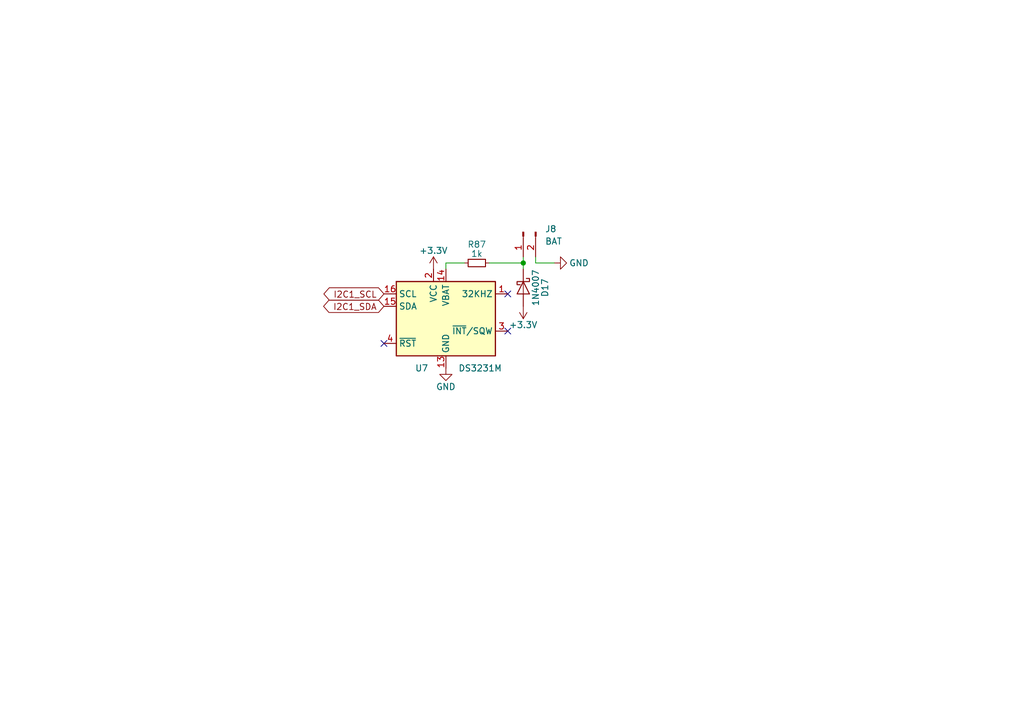
<source format=kicad_sch>
(kicad_sch (version 20211123) (generator eeschema)
  (paper "A5")
  (lib_symbols
    (symbol "Connector:Conn_01x02_Male" (pin_names (offset 1.016) hide)
      (property "Reference" "J" (at 0 2.54 0))
      (property "Value" "Conn_01x02_Male" (at 0 -5.08 0))
      (symbol "Conn_01x02_Male_1_1"
        (polyline (pts (xy 1.27 -2.54) (xy 0.8636 -2.54)) (stroke (width 0.1524)))
        (polyline (pts (xy 1.27 0) (xy 0.8636 0)) (stroke (width 0.1524)))
        (rectangle (start 0.8636 -2.413) (end 0 -2.667) (stroke (width 0.1524)) (fill (type outline)))
        (rectangle (start 0.8636 0.127) (end 0 -0.127) (stroke (width 0.1524)) (fill (type outline)))
        (pin passive line (at 5.08 0 180) (length 3.81) (name "Pin_1") (number "1"))
        (pin passive line (at 5.08 -2.54 180) (length 3.81) (name "Pin_2") (number "2"))
      )
    )
    (symbol "Device:R_Small" (pin_numbers hide) (pin_names (offset 0.254) hide)
      (property "Reference" "R" (at 0.762 0.508 0))
      (property "Value" "R_Small" (at 0.762 -1.016 0))
      (symbol "R_Small_0_1"
        (rectangle (start -0.762 1.778) (end 0.762 -1.778) (stroke (width 0.2032)))
      )
      (symbol "R_Small_1_1"
        (pin passive line (at 0 2.54 270) (length 0.762) (name "~") (number "1"))
        (pin passive line (at 0 -2.54 90) (length 0.762) (name "~") (number "2"))
      )
    )
    (symbol "Diode:PMEG3010EH" (pin_numbers hide) (pin_names hide)
      (property "Reference" "D" (at 0 2.54 0))
      (property "Value" "PMEG3010EH" (at 0 -2.54 0))
      (symbol "PMEG3010EH_0_1"
        (polyline (pts (xy 1.27 0) (xy -1.27 0)))
        (polyline (pts (xy 1.27 1.27) (xy 1.27 -1.27) (xy -1.27 0) (xy 1.27 1.27)) (stroke (width 0.2032)))
        (polyline (pts (xy -1.905 0.635) (xy -1.905 1.27) (xy -1.27 1.27) (xy -1.27 -1.27) (xy -0.635 -1.27) (xy -0.635 -0.635)) (stroke (width 0.2032)))
      )
      (symbol "PMEG3010EH_1_1"
        (pin passive line (at -3.81 0 0) (length 2.54) (name "K") (number "1"))
        (pin passive line (at 3.81 0 180) (length 2.54) (name "A") (number "2"))
      )
    )
    (symbol "Timer_RTC:DS3231M"
      (property "Reference" "U" (at -7.62 8.89 0))
      (property "Value" "DS3231M" (at 10.16 8.89 0))
      (symbol "DS3231M_0_1"
        (rectangle (start -10.16 7.62) (end 10.16 -7.62) (stroke (width 0.254)) (fill (type background)))
      )
      (symbol "DS3231M_1_1"
        (pin open_collector line (at 12.7 5.08 180) (length 2.54) (name "32KHZ") (number "1"))
        (pin passive line (at 0 -10.16 90) (length 2.54) hide (name "GND") (number "10"))
        (pin passive line (at 0 -10.16 90) (length 2.54) hide (name "GND") (number "11"))
        (pin passive line (at 0 -10.16 90) (length 2.54) hide (name "GND") (number "12"))
        (pin power_in line (at 0 -10.16 90) (length 2.54) (name "GND") (number "13"))
        (pin power_in line (at 0 10.16 270) (length 2.54) (name "VBAT") (number "14"))
        (pin bidirectional line (at -12.7 2.54 0) (length 2.54) (name "SDA") (number "15"))
        (pin input line (at -12.7 5.08 0) (length 2.54) (name "SCL") (number "16"))
        (pin power_in line (at -2.54 10.16 270) (length 2.54) (name "VCC") (number "2"))
        (pin open_collector line (at 12.7 -2.54 180) (length 2.54) (name "~{INT}/SQW") (number "3"))
        (pin bidirectional line (at -12.7 -5.08 0) (length 2.54) (name "~{RST}") (number "4"))
        (pin passive line (at 0 -10.16 90) (length 2.54) hide (name "GND") (number "5"))
        (pin passive line (at 0 -10.16 90) (length 2.54) hide (name "GND") (number "6"))
        (pin passive line (at 0 -10.16 90) (length 2.54) hide (name "GND") (number "7"))
        (pin passive line (at 0 -10.16 90) (length 2.54) hide (name "GND") (number "8"))
        (pin passive line (at 0 -10.16 90) (length 2.54) hide (name "GND") (number "9"))
      )
    )
    (symbol "power:+3.3V" (power) (pin_names (offset 0))
      (property "Value" "+3.3V" (at 0 3.556 0))
      (symbol "+3.3V_0_1"
        (polyline (pts (xy -0.762 1.27) (xy 0 2.54)))
        (polyline (pts (xy 0 0) (xy 0 2.54)))
        (polyline (pts (xy 0 2.54) (xy 0.762 1.27)))
      )
      (symbol "+3.3V_1_1"
        (pin power_in line (at 0 0 90) (length 0) hide (name "+3.3V") (number "1"))
      )
    )
    (symbol "power:GND" (power) (pin_names (offset 0))
      (property "Value" "GND" (at 0 -3.81 0))
      (symbol "GND_0_1"
        (polyline (pts (xy 0 0) (xy 0 -1.27) (xy 1.27 -1.27) (xy 0 -2.54) (xy -1.27 -1.27) (xy 0 -1.27)))
      )
      (symbol "GND_1_1"
        (pin power_in line (at 0 0 270) (length 0) hide (name "GND") (number "1"))
      )
    )
  )
  (junction (at 107.315 53.975))
  (no_connect (at 78.74 70.485))
  (no_connect (at 104.14 67.945))
  (no_connect (at 104.14 60.325))
  (wire (pts (xy 113.665 53.975) (xy 109.855 53.975)))
  (wire (pts (xy 91.44 53.975) (xy 91.44 55.245)))
  (wire (pts (xy 91.44 53.975) (xy 95.25 53.975)))
  (wire (pts (xy 109.855 53.975) (xy 109.855 52.705)))
  (wire (pts (xy 100.33 53.975) (xy 107.315 53.975)))
  (wire (pts (xy 107.315 53.975) (xy 107.315 55.245)))
  (wire (pts (xy 107.315 52.705) (xy 107.315 53.975)))
  (global_label "I2C1_SCL" (shape bidirectional) (at 78.74 60.325 180) (property "Intersheet References" "${INTERSHEET_REFS}" (effects hide)))
  (global_label "I2C1_SDA" (shape bidirectional) (at 78.74 62.865 180) (property "Intersheet References" "${INTERSHEET_REFS}" (effects hide)))
  (symbol (lib_id "power:GND") (at 113.665 53.975 90) (unit 1)
    (property "Reference" "#PWR039" (effects hide))
    (property "Value" "GND" (at 118.745 53.975 90))
  )
  (symbol (lib_id "Connector:Conn_01x02_Male") (at 107.315 47.625 90) (mirror x) (unit 1)
    (property "Reference" "J8" (at 111.76 46.9899 90) (effects (justify right)))
    (property "Value" "BAT" (at 111.76 49.5299 90) (effects (justify right)))
    (property "Footprint" "XH_2.54mm_Conn:XH_2P_2.54mm_Vertical" (effects hide))
  )
  (symbol (lib_id "Device:R_Small") (at 97.79 53.975 90) (unit 1)
    (property "Reference" "R87" (at 97.79 50.165 90))
    (property "Value" "1k" (at 97.79 52.07 90))
    (property "Footprint" "Resistor_SMD:R_0603_1608Metric" (effects hide))
  )
  (symbol (lib_id "Timer_RTC:DS3231M") (at 91.44 65.405 0) (unit 1)
    (property "Reference" "U7" (at 85.09 75.565 0) (effects (justify left)))
    (property "Value" "DS3231M" (at 93.98 75.565 0) (effects (justify left)))
    (property "Footprint" "Package_SO:SOIC-16W_7.5x10.3mm_P1.27mm" (effects hide))
    (property "Datasheet" "http://datasheets.maximintegrated.com/en/ds/DS3231.pdf" (effects hide))
  )
  (symbol (lib_id "Diode:PMEG3010EH") (at 107.315 59.055 270) (unit 1)
    (property "Reference" "D17" (at 111.76 59.055 0))
    (property "Value" "1N4007" (at 109.855 59.055 0))
    (property "Footprint" "Diode_SMD:D_SOD-123F" (effects hide))
    (property "Datasheet" "https://assets.nexperia.com/documents/data-sheet/PMEG3010EH_EJ_ET.pdf" (effects hide))
  )
  (symbol (lib_id "power:GND") (at 91.44 75.565 0) (unit 1)
    (property "Reference" "#PWR038" (effects hide))
    (property "Value" "GND" (at 91.44 79.375 0))
  )
  (symbol (lib_id "power:+3.3V") (at 88.9 55.245 0) (unit 1)
    (property "Reference" "#PWR037" (effects hide))
    (property "Value" "+3.3V" (at 88.9 51.435 0))
  )
  (symbol (lib_id "power:+3.3V") (at 107.315 62.865 180) (unit 1)
    (property "Reference" "#PWR0156" (effects hide))
    (property "Value" "+3.3V" (at 107.315 66.675 0))
  )
)
</source>
